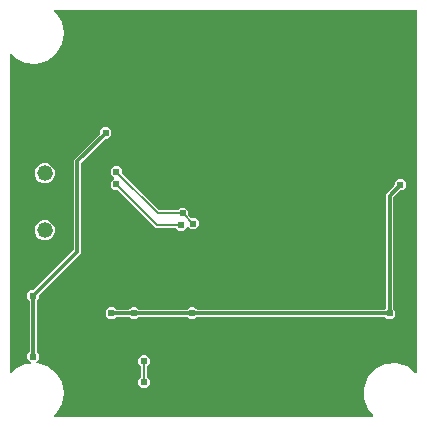
<source format=gbr>
G04 EAGLE Gerber RS-274X export*
G75*
%MOMM*%
%FSLAX34Y34*%
%LPD*%
%INBottom Copper*%
%IPPOS*%
%AMOC8*
5,1,8,0,0,1.08239X$1,22.5*%
G01*
%ADD10C,1.320800*%
%ADD11C,0.609600*%
%ADD12C,0.304800*%
%ADD13C,0.203200*%

G36*
X311922Y5216D02*
X311922Y5216D01*
X311977Y5215D01*
X312043Y5236D01*
X312112Y5247D01*
X312160Y5273D01*
X312211Y5289D01*
X312268Y5330D01*
X312329Y5363D01*
X312366Y5402D01*
X312410Y5434D01*
X312450Y5490D01*
X312498Y5541D01*
X312521Y5590D01*
X312553Y5634D01*
X312573Y5701D01*
X312602Y5764D01*
X312608Y5818D01*
X312624Y5870D01*
X312621Y5939D01*
X312629Y6008D01*
X312618Y6061D01*
X312616Y6116D01*
X312592Y6181D01*
X312577Y6249D01*
X312549Y6295D01*
X312530Y6346D01*
X312466Y6435D01*
X312451Y6460D01*
X312442Y6467D01*
X312431Y6482D01*
X307907Y11445D01*
X304489Y20269D01*
X304489Y29731D01*
X307907Y38555D01*
X314282Y45549D01*
X322753Y49767D01*
X332176Y50640D01*
X341278Y48050D01*
X348372Y42692D01*
X348389Y42683D01*
X348403Y42670D01*
X348498Y42626D01*
X348590Y42578D01*
X348609Y42575D01*
X348626Y42567D01*
X348730Y42555D01*
X348833Y42539D01*
X348852Y42542D01*
X348870Y42540D01*
X348972Y42562D01*
X349075Y42579D01*
X349092Y42588D01*
X349111Y42592D01*
X349200Y42645D01*
X349293Y42694D01*
X349306Y42708D01*
X349322Y42718D01*
X349390Y42797D01*
X349461Y42873D01*
X349469Y42891D01*
X349482Y42905D01*
X349521Y43002D01*
X349565Y43097D01*
X349567Y43115D01*
X349574Y43133D01*
X349592Y43300D01*
X349592Y348831D01*
X349589Y348851D01*
X349591Y348870D01*
X349569Y348972D01*
X349553Y349074D01*
X349543Y349091D01*
X349539Y349111D01*
X349486Y349200D01*
X349437Y349291D01*
X349423Y349305D01*
X349413Y349322D01*
X349334Y349389D01*
X349259Y349461D01*
X349241Y349469D01*
X349226Y349482D01*
X349130Y349521D01*
X349036Y349564D01*
X349016Y349566D01*
X348998Y349574D01*
X348831Y349592D01*
X43063Y349592D01*
X43062Y349592D01*
X43061Y349592D01*
X42936Y349572D01*
X42820Y349553D01*
X42819Y349552D01*
X42818Y349552D01*
X42705Y349492D01*
X42603Y349437D01*
X42602Y349437D01*
X42601Y349436D01*
X42514Y349344D01*
X42433Y349259D01*
X42433Y349258D01*
X42432Y349258D01*
X42377Y349138D01*
X42330Y349036D01*
X42330Y349035D01*
X42329Y349034D01*
X42316Y348912D01*
X42303Y348792D01*
X42303Y348791D01*
X42303Y348790D01*
X42328Y348676D01*
X42355Y348551D01*
X42355Y348550D01*
X42416Y348449D01*
X42481Y348340D01*
X42482Y348340D01*
X42482Y348339D01*
X42604Y348224D01*
X44029Y347147D01*
X49011Y339102D01*
X50750Y329800D01*
X49011Y320498D01*
X44029Y312453D01*
X36478Y306750D01*
X27376Y304160D01*
X17953Y305033D01*
X9482Y309251D01*
X6532Y312488D01*
X6462Y312544D01*
X6397Y312605D01*
X6366Y312620D01*
X6339Y312641D01*
X6255Y312671D01*
X6174Y312709D01*
X6140Y312713D01*
X6107Y312724D01*
X6018Y312726D01*
X5930Y312736D01*
X5896Y312728D01*
X5861Y312729D01*
X5776Y312702D01*
X5689Y312684D01*
X5660Y312666D01*
X5627Y312655D01*
X5555Y312603D01*
X5478Y312557D01*
X5456Y312531D01*
X5428Y312511D01*
X5376Y312438D01*
X5318Y312370D01*
X5305Y312338D01*
X5285Y312310D01*
X5260Y312225D01*
X5226Y312142D01*
X5221Y312098D01*
X5214Y312075D01*
X5215Y312043D01*
X5208Y311976D01*
X5208Y42824D01*
X5222Y42737D01*
X5229Y42648D01*
X5242Y42616D01*
X5247Y42582D01*
X5289Y42503D01*
X5324Y42421D01*
X5346Y42395D01*
X5363Y42364D01*
X5427Y42303D01*
X5486Y42236D01*
X5516Y42219D01*
X5541Y42195D01*
X5622Y42157D01*
X5699Y42113D01*
X5733Y42106D01*
X5764Y42091D01*
X5853Y42082D01*
X5940Y42064D01*
X5974Y42068D01*
X6008Y42064D01*
X6095Y42083D01*
X6184Y42094D01*
X6215Y42109D01*
X6249Y42116D01*
X6325Y42162D01*
X6406Y42201D01*
X6439Y42230D01*
X6460Y42243D01*
X6481Y42267D01*
X6532Y42312D01*
X9482Y45549D01*
X17953Y49767D01*
X22037Y50145D01*
X22072Y50154D01*
X22109Y50155D01*
X22191Y50185D01*
X22275Y50207D01*
X22305Y50227D01*
X22340Y50240D01*
X22408Y50294D01*
X22481Y50342D01*
X22503Y50370D01*
X22532Y50393D01*
X22579Y50466D01*
X22633Y50535D01*
X22645Y50569D01*
X22665Y50600D01*
X22686Y50685D01*
X22715Y50766D01*
X22716Y50803D01*
X22725Y50839D01*
X22718Y50925D01*
X22720Y51012D01*
X22709Y51047D01*
X22706Y51084D01*
X22672Y51164D01*
X22646Y51247D01*
X22624Y51277D01*
X22610Y51310D01*
X22505Y51441D01*
X19811Y54135D01*
X19811Y58133D01*
X21366Y59688D01*
X21419Y59762D01*
X21479Y59832D01*
X21491Y59862D01*
X21510Y59888D01*
X21537Y59975D01*
X21571Y60060D01*
X21575Y60101D01*
X21582Y60123D01*
X21581Y60155D01*
X21589Y60227D01*
X21589Y103603D01*
X21575Y103693D01*
X21567Y103784D01*
X21555Y103814D01*
X21550Y103846D01*
X21507Y103927D01*
X21471Y104011D01*
X21445Y104043D01*
X21434Y104063D01*
X21411Y104086D01*
X21366Y104142D01*
X19811Y105697D01*
X19811Y109695D01*
X22639Y112523D01*
X24838Y112523D01*
X24928Y112537D01*
X25019Y112545D01*
X25049Y112557D01*
X25081Y112562D01*
X25161Y112605D01*
X25245Y112641D01*
X25277Y112667D01*
X25298Y112678D01*
X25317Y112698D01*
X25319Y112699D01*
X25325Y112704D01*
X25376Y112746D01*
X58704Y146074D01*
X58757Y146148D01*
X58817Y146217D01*
X58829Y146247D01*
X58848Y146274D01*
X58875Y146361D01*
X58909Y146445D01*
X58913Y146486D01*
X58920Y146509D01*
X58919Y146541D01*
X58927Y146612D01*
X58927Y222751D01*
X81056Y244880D01*
X81109Y244954D01*
X81169Y245023D01*
X81181Y245053D01*
X81200Y245080D01*
X81227Y245167D01*
X81261Y245251D01*
X81265Y245292D01*
X81272Y245315D01*
X81271Y245347D01*
X81279Y245418D01*
X81279Y247617D01*
X84107Y250445D01*
X88105Y250445D01*
X90933Y247617D01*
X90933Y243619D01*
X88105Y240791D01*
X85906Y240791D01*
X85816Y240777D01*
X85725Y240769D01*
X85695Y240757D01*
X85663Y240752D01*
X85583Y240709D01*
X85499Y240673D01*
X85467Y240647D01*
X85446Y240636D01*
X85424Y240613D01*
X85368Y240568D01*
X65248Y220448D01*
X65195Y220374D01*
X65135Y220305D01*
X65123Y220275D01*
X65104Y220248D01*
X65077Y220161D01*
X65043Y220077D01*
X65039Y220036D01*
X65032Y220013D01*
X65033Y219981D01*
X65025Y219910D01*
X65025Y143771D01*
X63016Y141762D01*
X29688Y108434D01*
X29635Y108360D01*
X29575Y108291D01*
X29563Y108261D01*
X29544Y108234D01*
X29517Y108147D01*
X29483Y108063D01*
X29479Y108022D01*
X29472Y107999D01*
X29473Y107967D01*
X29465Y107896D01*
X29465Y105697D01*
X27910Y104142D01*
X27857Y104068D01*
X27797Y103998D01*
X27785Y103968D01*
X27766Y103942D01*
X27739Y103855D01*
X27705Y103770D01*
X27701Y103729D01*
X27694Y103707D01*
X27695Y103675D01*
X27687Y103603D01*
X27687Y60227D01*
X27701Y60137D01*
X27709Y60046D01*
X27721Y60016D01*
X27726Y59984D01*
X27769Y59903D01*
X27805Y59819D01*
X27831Y59787D01*
X27842Y59767D01*
X27865Y59744D01*
X27910Y59688D01*
X29465Y58133D01*
X29465Y54135D01*
X27197Y51867D01*
X27145Y51794D01*
X27086Y51727D01*
X27074Y51695D01*
X27054Y51667D01*
X27027Y51582D01*
X26993Y51499D01*
X26991Y51465D01*
X26981Y51432D01*
X26984Y51343D01*
X26978Y51253D01*
X26987Y51221D01*
X26988Y51186D01*
X27018Y51102D01*
X27042Y51016D01*
X27060Y50987D01*
X27072Y50955D01*
X27128Y50886D01*
X27178Y50811D01*
X27205Y50790D01*
X27226Y50763D01*
X27301Y50715D01*
X27372Y50660D01*
X27412Y50644D01*
X27433Y50630D01*
X27464Y50623D01*
X27527Y50597D01*
X36477Y48050D01*
X44029Y42347D01*
X49011Y34302D01*
X50750Y25000D01*
X49011Y15698D01*
X44029Y7653D01*
X42604Y6576D01*
X42603Y6576D01*
X42603Y6575D01*
X42519Y6487D01*
X42434Y6398D01*
X42433Y6397D01*
X42380Y6282D01*
X42330Y6176D01*
X42330Y6175D01*
X42330Y6174D01*
X42316Y6053D01*
X42302Y5931D01*
X42303Y5930D01*
X42328Y5811D01*
X42354Y5691D01*
X42355Y5690D01*
X42355Y5689D01*
X42416Y5587D01*
X42480Y5479D01*
X42481Y5479D01*
X42481Y5478D01*
X42573Y5399D01*
X42666Y5319D01*
X42667Y5319D01*
X42668Y5318D01*
X42788Y5270D01*
X42894Y5227D01*
X42895Y5227D01*
X42896Y5226D01*
X43063Y5208D01*
X311869Y5208D01*
X311922Y5216D01*
G37*
%LPC*%
G36*
X88933Y88137D02*
X88933Y88137D01*
X86105Y90965D01*
X86105Y94963D01*
X88933Y97791D01*
X92931Y97791D01*
X94486Y96236D01*
X94560Y96183D01*
X94630Y96123D01*
X94660Y96111D01*
X94686Y96092D01*
X94773Y96065D01*
X94858Y96031D01*
X94899Y96027D01*
X94921Y96020D01*
X94953Y96021D01*
X95025Y96013D01*
X105889Y96013D01*
X105979Y96027D01*
X106070Y96035D01*
X106100Y96047D01*
X106132Y96052D01*
X106213Y96095D01*
X106297Y96131D01*
X106329Y96157D01*
X106349Y96168D01*
X106372Y96191D01*
X106428Y96236D01*
X107983Y97791D01*
X111981Y97791D01*
X113536Y96236D01*
X113610Y96183D01*
X113680Y96123D01*
X113710Y96111D01*
X113736Y96092D01*
X113823Y96065D01*
X113908Y96031D01*
X113949Y96027D01*
X113971Y96020D01*
X114003Y96021D01*
X114075Y96013D01*
X155165Y96013D01*
X155255Y96027D01*
X155346Y96035D01*
X155376Y96047D01*
X155408Y96052D01*
X155489Y96095D01*
X155573Y96131D01*
X155605Y96157D01*
X155625Y96168D01*
X155648Y96191D01*
X155704Y96236D01*
X157259Y97791D01*
X161257Y97791D01*
X162812Y96236D01*
X162886Y96183D01*
X162956Y96123D01*
X162986Y96111D01*
X163012Y96092D01*
X163099Y96065D01*
X163184Y96031D01*
X163225Y96027D01*
X163247Y96020D01*
X163279Y96021D01*
X163351Y96013D01*
X322297Y96013D01*
X322387Y96027D01*
X322478Y96035D01*
X322508Y96047D01*
X322540Y96052D01*
X322621Y96095D01*
X322705Y96131D01*
X322737Y96157D01*
X322757Y96168D01*
X322780Y96191D01*
X322836Y96236D01*
X323118Y96518D01*
X323171Y96592D01*
X323231Y96662D01*
X323243Y96692D01*
X323262Y96718D01*
X323289Y96805D01*
X323323Y96890D01*
X323327Y96931D01*
X323334Y96953D01*
X323333Y96985D01*
X323341Y97057D01*
X323341Y193795D01*
X330484Y200938D01*
X330537Y201012D01*
X330597Y201081D01*
X330609Y201111D01*
X330628Y201138D01*
X330655Y201225D01*
X330689Y201309D01*
X330693Y201350D01*
X330700Y201373D01*
X330699Y201405D01*
X330707Y201476D01*
X330707Y203675D01*
X333535Y206503D01*
X337533Y206503D01*
X340361Y203675D01*
X340361Y199677D01*
X337533Y196849D01*
X335334Y196849D01*
X335244Y196835D01*
X335153Y196827D01*
X335123Y196815D01*
X335091Y196810D01*
X335011Y196767D01*
X334927Y196731D01*
X334895Y196705D01*
X334874Y196694D01*
X334852Y196671D01*
X334796Y196626D01*
X329662Y191492D01*
X329617Y191429D01*
X329570Y191381D01*
X329563Y191365D01*
X329549Y191349D01*
X329537Y191319D01*
X329518Y191292D01*
X329496Y191221D01*
X329467Y191158D01*
X329465Y191139D01*
X329457Y191121D01*
X329453Y191080D01*
X329446Y191057D01*
X329447Y191025D01*
X329439Y190954D01*
X329439Y97057D01*
X329453Y96967D01*
X329461Y96876D01*
X329473Y96846D01*
X329478Y96814D01*
X329521Y96733D01*
X329557Y96649D01*
X329583Y96617D01*
X329594Y96597D01*
X329617Y96574D01*
X329662Y96518D01*
X331217Y94963D01*
X331217Y90965D01*
X328389Y88137D01*
X324391Y88137D01*
X322836Y89692D01*
X322762Y89745D01*
X322692Y89805D01*
X322662Y89817D01*
X322636Y89836D01*
X322549Y89863D01*
X322464Y89897D01*
X322423Y89901D01*
X322401Y89908D01*
X322369Y89907D01*
X322297Y89915D01*
X163351Y89915D01*
X163261Y89901D01*
X163170Y89893D01*
X163140Y89881D01*
X163108Y89876D01*
X163027Y89833D01*
X162943Y89797D01*
X162911Y89771D01*
X162891Y89760D01*
X162868Y89737D01*
X162812Y89692D01*
X161257Y88137D01*
X157259Y88137D01*
X155704Y89692D01*
X155630Y89745D01*
X155560Y89805D01*
X155530Y89817D01*
X155504Y89836D01*
X155417Y89863D01*
X155332Y89897D01*
X155291Y89901D01*
X155269Y89908D01*
X155237Y89907D01*
X155165Y89915D01*
X114075Y89915D01*
X113985Y89901D01*
X113894Y89893D01*
X113864Y89881D01*
X113832Y89876D01*
X113751Y89833D01*
X113667Y89797D01*
X113635Y89771D01*
X113615Y89760D01*
X113592Y89737D01*
X113536Y89692D01*
X111981Y88137D01*
X107983Y88137D01*
X106428Y89692D01*
X106354Y89745D01*
X106284Y89805D01*
X106254Y89817D01*
X106228Y89836D01*
X106141Y89863D01*
X106056Y89897D01*
X106015Y89901D01*
X105993Y89908D01*
X105961Y89907D01*
X105889Y89915D01*
X95025Y89915D01*
X94935Y89901D01*
X94844Y89893D01*
X94814Y89881D01*
X94782Y89876D01*
X94701Y89833D01*
X94617Y89797D01*
X94585Y89771D01*
X94565Y89760D01*
X94542Y89737D01*
X94486Y89692D01*
X92931Y88137D01*
X88933Y88137D01*
G37*
%LPD*%
%LPC*%
G36*
X147861Y162559D02*
X147861Y162559D01*
X145798Y164622D01*
X145724Y164675D01*
X145654Y164735D01*
X145624Y164747D01*
X145598Y164766D01*
X145511Y164793D01*
X145426Y164827D01*
X145385Y164831D01*
X145363Y164838D01*
X145331Y164837D01*
X145259Y164845D01*
X128742Y164845D01*
X96453Y197134D01*
X96379Y197187D01*
X96309Y197247D01*
X96279Y197259D01*
X96253Y197278D01*
X96166Y197305D01*
X96081Y197339D01*
X96040Y197343D01*
X96018Y197350D01*
X95986Y197349D01*
X95914Y197357D01*
X92997Y197357D01*
X90169Y200185D01*
X90169Y204183D01*
X92839Y206853D01*
X92850Y206869D01*
X92866Y206881D01*
X92922Y206969D01*
X92982Y207052D01*
X92988Y207071D01*
X92999Y207088D01*
X93024Y207189D01*
X93055Y207288D01*
X93054Y207307D01*
X93059Y207327D01*
X93051Y207430D01*
X93048Y207533D01*
X93041Y207552D01*
X93040Y207572D01*
X92999Y207667D01*
X92964Y207764D01*
X92951Y207780D01*
X92943Y207798D01*
X92839Y207929D01*
X90169Y210599D01*
X90169Y214597D01*
X92997Y217425D01*
X96995Y217425D01*
X99823Y214597D01*
X99823Y211680D01*
X99837Y211590D01*
X99845Y211499D01*
X99857Y211469D01*
X99862Y211437D01*
X99905Y211356D01*
X99941Y211272D01*
X99967Y211240D01*
X99978Y211220D01*
X100001Y211197D01*
X100046Y211141D01*
X130877Y180310D01*
X130951Y180257D01*
X131021Y180197D01*
X131051Y180185D01*
X131077Y180166D01*
X131164Y180139D01*
X131249Y180105D01*
X131290Y180101D01*
X131312Y180094D01*
X131344Y180095D01*
X131416Y180087D01*
X146529Y180087D01*
X146619Y180101D01*
X146710Y180109D01*
X146740Y180121D01*
X146772Y180126D01*
X146853Y180169D01*
X146937Y180205D01*
X146969Y180231D01*
X146989Y180242D01*
X147012Y180265D01*
X147068Y180310D01*
X149131Y182373D01*
X153129Y182373D01*
X155957Y179545D01*
X155957Y176628D01*
X155971Y176538D01*
X155979Y176447D01*
X155991Y176417D01*
X155996Y176385D01*
X156039Y176304D01*
X156075Y176220D01*
X156101Y176188D01*
X156112Y176168D01*
X156135Y176145D01*
X156180Y176089D01*
X158563Y173706D01*
X158637Y173653D01*
X158707Y173593D01*
X158737Y173581D01*
X158763Y173562D01*
X158850Y173535D01*
X158935Y173501D01*
X158976Y173497D01*
X158998Y173490D01*
X159030Y173491D01*
X159102Y173483D01*
X162019Y173483D01*
X164847Y170655D01*
X164847Y166657D01*
X162019Y163829D01*
X158021Y163829D01*
X155986Y165864D01*
X155928Y165906D01*
X155876Y165955D01*
X155829Y165977D01*
X155787Y166007D01*
X155718Y166028D01*
X155653Y166059D01*
X155601Y166064D01*
X155551Y166080D01*
X155480Y166078D01*
X155409Y166086D01*
X155358Y166075D01*
X155306Y166073D01*
X155238Y166049D01*
X155168Y166033D01*
X155123Y166007D01*
X155075Y165989D01*
X155019Y165944D01*
X154957Y165907D01*
X154923Y165868D01*
X154883Y165835D01*
X154844Y165775D01*
X154797Y165720D01*
X154778Y165672D01*
X154750Y165628D01*
X154732Y165559D01*
X154705Y165492D01*
X154697Y165421D01*
X154689Y165390D01*
X154689Y165389D01*
X151859Y162559D01*
X147861Y162559D01*
G37*
%LPD*%
%LPC*%
G36*
X32877Y202945D02*
X32877Y202945D01*
X29796Y204221D01*
X27437Y206580D01*
X26161Y209661D01*
X26161Y212995D01*
X27437Y216076D01*
X29796Y218435D01*
X32877Y219711D01*
X36211Y219711D01*
X39292Y218435D01*
X41651Y216076D01*
X42927Y212995D01*
X42927Y209661D01*
X41651Y206580D01*
X39292Y204221D01*
X36211Y202945D01*
X32877Y202945D01*
G37*
%LPD*%
%LPC*%
G36*
X32877Y154685D02*
X32877Y154685D01*
X29796Y155961D01*
X27437Y158320D01*
X26161Y161401D01*
X26161Y164735D01*
X27437Y167816D01*
X29796Y170175D01*
X32877Y171451D01*
X36211Y171451D01*
X39292Y170175D01*
X41651Y167816D01*
X42927Y164735D01*
X42927Y161401D01*
X41651Y158320D01*
X39292Y155961D01*
X36211Y154685D01*
X32877Y154685D01*
G37*
%LPD*%
%LPC*%
G36*
X116619Y29971D02*
X116619Y29971D01*
X113791Y32799D01*
X113791Y36797D01*
X115854Y38860D01*
X115907Y38934D01*
X115967Y39004D01*
X115979Y39034D01*
X115998Y39060D01*
X116025Y39147D01*
X116059Y39232D01*
X116063Y39273D01*
X116070Y39295D01*
X116069Y39327D01*
X116077Y39399D01*
X116077Y47977D01*
X116063Y48067D01*
X116055Y48158D01*
X116043Y48188D01*
X116038Y48220D01*
X115995Y48301D01*
X115959Y48385D01*
X115933Y48417D01*
X115922Y48437D01*
X115899Y48460D01*
X115854Y48516D01*
X113791Y50579D01*
X113791Y54577D01*
X116619Y57405D01*
X120617Y57405D01*
X123445Y54577D01*
X123445Y50579D01*
X121382Y48516D01*
X121329Y48442D01*
X121269Y48372D01*
X121257Y48342D01*
X121238Y48316D01*
X121211Y48229D01*
X121177Y48144D01*
X121173Y48103D01*
X121166Y48081D01*
X121167Y48049D01*
X121159Y47977D01*
X121159Y39399D01*
X121173Y39309D01*
X121181Y39218D01*
X121193Y39188D01*
X121198Y39156D01*
X121241Y39075D01*
X121277Y38991D01*
X121303Y38959D01*
X121314Y38939D01*
X121337Y38916D01*
X121382Y38860D01*
X123445Y36797D01*
X123445Y32799D01*
X120617Y29971D01*
X116619Y29971D01*
G37*
%LPD*%
D10*
X34544Y163068D03*
X34544Y211328D03*
D11*
X160020Y15240D03*
X172720Y15240D03*
X185420Y15240D03*
X106680Y15240D03*
X93980Y15240D03*
X83820Y15240D03*
X134620Y50800D03*
X134620Y60960D03*
X134620Y71120D03*
X134620Y81280D03*
X63500Y78740D03*
X63500Y88900D03*
X63500Y99060D03*
X86360Y342900D03*
X96520Y342900D03*
X106680Y342900D03*
X116840Y342900D03*
X127000Y342900D03*
X137160Y342900D03*
X63500Y109220D03*
X63500Y119380D03*
X63500Y129540D03*
X63500Y137160D03*
X337820Y99060D03*
X337820Y88900D03*
X337820Y78740D03*
X337820Y68580D03*
X337820Y58420D03*
X337820Y215900D03*
X337820Y226060D03*
X337820Y236220D03*
X337820Y246380D03*
X337820Y256540D03*
X337820Y266700D03*
X337820Y276860D03*
X337820Y287020D03*
X267970Y153670D03*
X267970Y163830D03*
X267970Y173990D03*
X267970Y184150D03*
X267970Y194310D03*
X267970Y204470D03*
X267970Y214630D03*
X267970Y224790D03*
X267970Y234950D03*
X267970Y245110D03*
X267970Y255270D03*
X267970Y265430D03*
X17780Y269240D03*
X17780Y279400D03*
X17780Y289560D03*
X17780Y299720D03*
X114300Y205740D03*
X114300Y215900D03*
X114300Y226060D03*
X91440Y236220D03*
X107188Y84074D03*
X127000Y193040D03*
X127000Y203200D03*
X127000Y213360D03*
X127000Y223520D03*
X35560Y269240D03*
X35560Y279400D03*
X35560Y289560D03*
X35560Y299720D03*
X53340Y269240D03*
X53340Y279400D03*
X53340Y289560D03*
X53340Y299720D03*
X207010Y153670D03*
X207010Y163830D03*
X207010Y173990D03*
X207010Y184150D03*
X207010Y194310D03*
X207010Y204470D03*
X207010Y214630D03*
X207010Y224790D03*
X207010Y234950D03*
X207010Y245110D03*
X207010Y255270D03*
X207010Y265430D03*
X227330Y153670D03*
X227330Y163830D03*
X227330Y173990D03*
X227330Y184150D03*
X227330Y194310D03*
X227330Y204470D03*
X227330Y214630D03*
X227330Y224790D03*
X227330Y234950D03*
X227330Y245110D03*
X227330Y255270D03*
X227330Y265430D03*
X248920Y153670D03*
X248920Y163830D03*
X248920Y173990D03*
X248920Y184150D03*
X248920Y194310D03*
X248920Y204470D03*
X248920Y214630D03*
X248920Y224790D03*
X248920Y234950D03*
X248920Y245110D03*
X248920Y255270D03*
X248920Y265430D03*
X77470Y92710D03*
X77470Y102870D03*
X77470Y113030D03*
X77470Y123190D03*
X90932Y92964D03*
D12*
X109982Y92964D01*
D11*
X109982Y92964D03*
D12*
X159258Y92964D01*
D11*
X159258Y92964D03*
X24638Y107696D03*
D12*
X24638Y56134D01*
D11*
X24638Y56134D03*
X335534Y201676D03*
D12*
X326390Y192532D01*
X326390Y92964D01*
D11*
X326390Y92964D03*
D12*
X159258Y92964D01*
X61976Y145034D02*
X24638Y107696D01*
D11*
X86106Y245618D03*
D12*
X61976Y221488D01*
X61976Y145034D01*
D11*
X118618Y34798D03*
D13*
X118618Y52578D01*
D11*
X118618Y52578D03*
X160020Y168656D03*
D13*
X130048Y177546D02*
X94996Y212598D01*
D11*
X94996Y212598D03*
D13*
X130048Y177546D02*
X151130Y177546D01*
X160020Y168656D01*
D11*
X151130Y177546D03*
X149860Y167386D03*
D13*
X129794Y167386D01*
X94996Y202184D01*
D11*
X94996Y202184D03*
M02*

</source>
